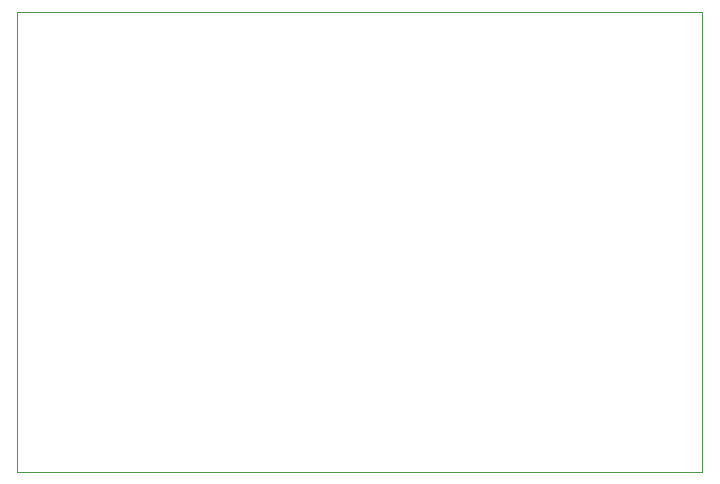
<source format=gm1>
G04 #@! TF.GenerationSoftware,KiCad,Pcbnew,5.1.5-52549c5~84~ubuntu18.04.1*
G04 #@! TF.CreationDate,2019-12-20T17:40:03+05:30*
G04 #@! TF.ProjectId,senseble_rev1,73656e73-6562-46c6-955f-726576312e6b,rev?*
G04 #@! TF.SameCoordinates,Original*
G04 #@! TF.FileFunction,Profile,NP*
%FSLAX46Y46*%
G04 Gerber Fmt 4.6, Leading zero omitted, Abs format (unit mm)*
G04 Created by KiCad (PCBNEW 5.1.5-52549c5~84~ubuntu18.04.1) date 2019-12-20 17:40:03*
%MOMM*%
%LPD*%
G04 APERTURE LIST*
%ADD10C,0.050000*%
G04 APERTURE END LIST*
D10*
X58000000Y-10000000D02*
X0Y-10000000D01*
X58000000Y-49000000D02*
X58000000Y-10000000D01*
X0Y-49000000D02*
X58000000Y-49000000D01*
X0Y-10000000D02*
X0Y-49000000D01*
M02*

</source>
